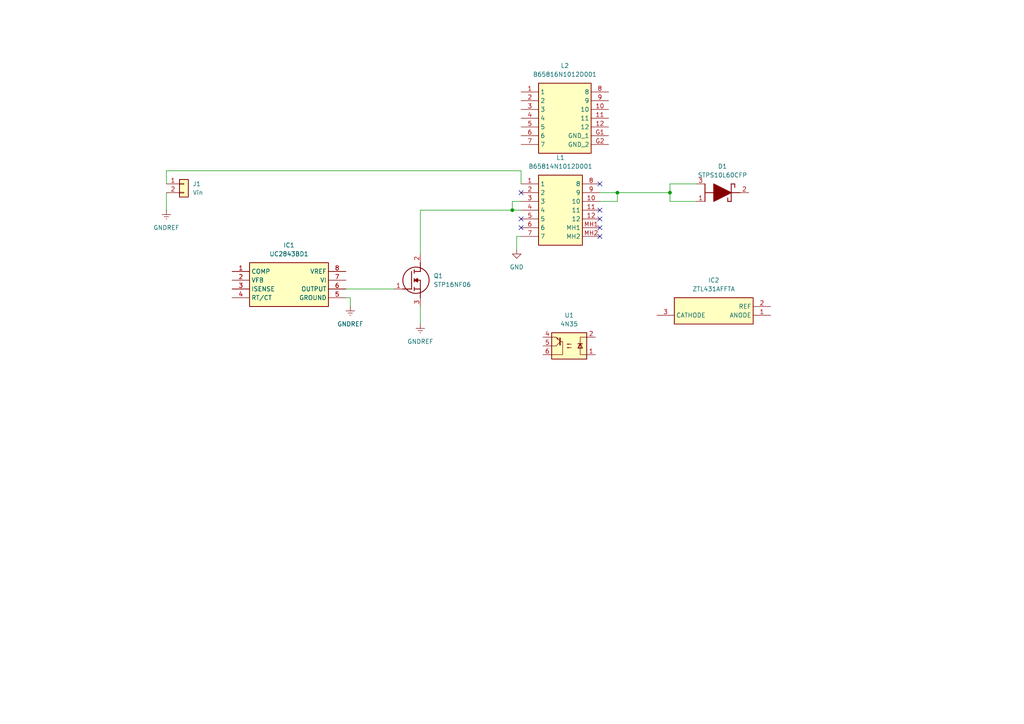
<source format=kicad_sch>
(kicad_sch (version 20250114) (generator "eeschema") (generator_version "9.0")
  (paper "A4")
  (lib_symbols
    (symbol "Connector_Generic:Conn_01x02" (pin_names (offset 1.016) (hide yes))
      (property "Reference" "J" (at 0 2.54 0))
      (property "Value" "Conn_01x02" (at 0 -5.08 0))
      (symbol "Conn_01x02_1_1"
        (rectangle (start -1.27 1.27) (end 1.27 -3.81) (stroke (width 0.254)) (fill (type background)))
        (rectangle (start -1.27 0.127) (end 0 -0.127) (stroke (width 0.1524)))
        (rectangle (start -1.27 -2.413) (end 0 -2.667) (stroke (width 0.1524)))
        (pin passive line (at -5.08 0 0) (length 3.81) (name "Pin_1") (number "1"))
        (pin passive line (at -5.08 -2.54 0) (length 3.81) (name "Pin_2") (number "2"))
      )
    )
    (symbol "Isolator:4N35" (pin_names (offset 1.016))
      (property "Reference" "U" (at -5.08 5.08 0))
      (property "Value" "4N35" (at 0 5.08 0))
      (symbol "4N35_0_1"
        (rectangle (start -5.08 3.81) (end 5.08 -3.81) (stroke (width 0.254)) (fill (type background)))
        (polyline (pts (xy -5.08 -2.54) (xy -3.175 -2.54) (xy -3.175 2.54) (xy -5.08 2.54)))
        (polyline (pts (xy -3.81 -0.635) (xy -2.54 -0.635)) (stroke (width 0.254)))
        (polyline (pts (xy -3.175 -0.635) (xy -3.81 0.635) (xy -2.54 0.635) (xy -3.175 -0.635)) (stroke (width 0.254)))
        (polyline (pts (xy -0.635 0.508) (xy 0.635 0.508) (xy 0.254 0.381) (xy 0.254 0.635) (xy 0.635 0.508)))
        (polyline (pts (xy -0.635 -0.508) (xy 0.635 -0.508) (xy 0.254 -0.635) (xy 0.254 -0.381) (xy 0.635 -0.508)))
        (polyline (pts (xy 2.667 -0.254) (xy 2.667 -2.286)) (stroke (width 0.3556)))
        (polyline (pts (xy 2.667 -1.143) (xy 3.81 0)))
        (polyline (pts (xy 2.667 -1.397) (xy 3.81 -2.54)))
        (polyline (pts (xy 3.683 -2.413) (xy 3.429 -1.905) (xy 3.175 -2.159) (xy 3.683 -2.413)))
        (polyline (pts (xy 3.81 0) (xy 5.08 0)))
        (polyline (pts (xy 3.81 -2.54) (xy 5.08 -2.54)))
        (polyline (pts (xy 5.08 2.54) (xy 1.905 2.54) (xy 1.905 -1.27) (xy 2.54 -1.27)))
      )
      (symbol "4N35_1_1"
        (pin passive line (at -7.62 2.54 0) (length 2.54) (name "~") (number "1"))
        (pin passive line (at -7.62 -2.54 0) (length 2.54) (name "~") (number "2"))
        (pin no_connect line (at -5.08 0 0) (length 2.54) (hide yes) (name "NC") (number "3"))
        (pin passive line (at 7.62 2.54 180) (length 2.54) (name "~") (number "6"))
        (pin passive line (at 7.62 0 180) (length 2.54) (name "~") (number "5"))
        (pin passive line (at 7.62 -2.54 180) (length 2.54) (name "~") (number "4"))
      )
    )
    (symbol "Samacsys:B65814N1012D001"
      (property "Reference" "L" (at 19.05 7.62 0))
      (property "Value" "B65814N1012D001" (at 19.05 5.08 0))
      (symbol "B65814N1012D001_1_1"
        (rectangle (start 5.08 2.54) (end 17.78 -17.78) (stroke (width 0.254)) (fill (type background)))
        (pin passive line (at 0 0 0) (length 5.08) (name "1") (number "1"))
        (pin passive line (at 0 -2.54 0) (length 5.08) (name "2") (number "2"))
        (pin passive line (at 0 -5.08 0) (length 5.08) (name "3") (number "3"))
        (pin passive line (at 0 -7.62 0) (length 5.08) (name "4") (number "4"))
        (pin passive line (at 0 -10.16 0) (length 5.08) (name "5") (number "5"))
        (pin passive line (at 0 -12.7 0) (length 5.08) (name "6") (number "6"))
        (pin passive line (at 0 -15.24 0) (length 5.08) (name "7") (number "7"))
        (pin passive line (at 22.86 0 180) (length 5.08) (name "8") (number "8"))
        (pin passive line (at 22.86 -2.54 180) (length 5.08) (name "9") (number "9"))
        (pin passive line (at 22.86 -5.08 180) (length 5.08) (name "10") (number "10"))
        (pin passive line (at 22.86 -7.62 180) (length 5.08) (name "11") (number "11"))
        (pin passive line (at 22.86 -10.16 180) (length 5.08) (name "12") (number "12"))
        (pin passive line (at 22.86 -12.7 180) (length 5.08) (name "MH1") (number "MH1"))
        (pin passive line (at 22.86 -15.24 180) (length 5.08) (name "MH2") (number "MH2"))
      )
    )
    (symbol "Samacsys:B65816N1012D001"
      (property "Reference" "L" (at 21.59 7.62 0))
      (property "Value" "B65816N1012D001" (at 21.59 5.08 0))
      (symbol "B65816N1012D001_1_1"
        (rectangle (start 5.08 2.54) (end 20.32 -17.78) (stroke (width 0.254)) (fill (type background)))
        (pin passive line (at 0 0 0) (length 5.08) (name "1") (number "1"))
        (pin passive line (at 0 -2.54 0) (length 5.08) (name "2") (number "2"))
        (pin passive line (at 0 -5.08 0) (length 5.08) (name "3") (number "3"))
        (pin passive line (at 0 -7.62 0) (length 5.08) (name "4") (number "4"))
        (pin passive line (at 0 -10.16 0) (length 5.08) (name "5") (number "5"))
        (pin passive line (at 0 -12.7 0) (length 5.08) (name "6") (number "6"))
        (pin passive line (at 0 -15.24 0) (length 5.08) (name "7") (number "7"))
        (pin passive line (at 25.4 0 180) (length 5.08) (name "8") (number "8"))
        (pin passive line (at 25.4 -2.54 180) (length 5.08) (name "9") (number "9"))
        (pin passive line (at 25.4 -5.08 180) (length 5.08) (name "10") (number "10"))
        (pin passive line (at 25.4 -7.62 180) (length 5.08) (name "11") (number "11"))
        (pin passive line (at 25.4 -10.16 180) (length 5.08) (name "12") (number "12"))
        (pin passive line (at 25.4 -12.7 180) (length 5.08) (name "GND_1") (number "G1"))
        (pin passive line (at 25.4 -15.24 180) (length 5.08) (name "GND_2") (number "G2"))
      )
    )
    (symbol "Samacsys:STP16NF06" (pin_names (hide yes))
      (property "Reference" "Q" (at 11.43 3.81 0))
      (property "Value" "STP16NF06" (at 11.43 1.27 0))
      (symbol "STP16NF06_1_1"
        (polyline (pts (xy 2.54 0) (xy 5.08 0)) (stroke (width 0.254)))
        (polyline (pts (xy 5.08 5.08) (xy 5.08 0)) (stroke (width 0.254)))
        (polyline (pts (xy 5.842 5.588) (xy 5.842 4.572)) (stroke (width 0.254)))
        (polyline (pts (xy 5.842 2.54) (xy 6.858 3.048) (xy 6.858 2.032) (xy 5.842 2.54)) (stroke (width 0.254)) (fill (type outline)))
        (polyline (pts (xy 5.842 2.032) (xy 5.842 3.048)) (stroke (width 0.254)))
        (polyline (pts (xy 5.842 0) (xy 7.62 0)) (stroke (width 0.254)))
        (polyline (pts (xy 5.842 -0.508) (xy 5.842 0.508)) (stroke (width 0.254)))
        (circle (center 6.35 2.54) (radius 3.81) (stroke (width 0.254)))
        (polyline (pts (xy 7.62 5.08) (xy 5.842 5.08)) (stroke (width 0.254)))
        (polyline (pts (xy 7.62 5.08) (xy 7.62 7.62)) (stroke (width 0.254)))
        (polyline (pts (xy 7.62 2.54) (xy 5.842 2.54)) (stroke (width 0.254)))
        (polyline (pts (xy 7.62 2.54) (xy 7.62 -2.54)) (stroke (width 0.254)))
        (pin passive line (at 0 0 0) (length 2.54) (name "G") (number "1"))
        (pin passive line (at 7.62 10.16 270) (length 2.54) (name "D") (number "2"))
        (pin passive line (at 7.62 -5.08 90) (length 2.54) (name "S") (number "3"))
      )
    )
    (symbol "Samacsys:STPS10L60CFP" (pin_names (hide yes))
      (property "Reference" "D" (at 12.7 8.89 0))
      (property "Value" "STPS10L60CFP" (at 12.7 6.35 0))
      (symbol "STPS10L60CFP_1_1"
        (polyline (pts (xy 5.08 0) (xy 7.62 0)) (stroke (width 0.254)))
        (polyline (pts (xy 6.604 -1.524) (xy 6.604 -2.54)) (stroke (width 0.254)))
        (polyline (pts (xy 7.62 2.54) (xy 7.62 -2.54)) (stroke (width 0.254)))
        (polyline (pts (xy 7.62 2.54) (xy 8.636 2.54)) (stroke (width 0.254)))
        (polyline (pts (xy 7.62 0) (xy 12.7 2.54) (xy 12.7 -2.54) (xy 7.62 0)) (stroke (width 0.254)) (fill (type outline)))
        (polyline (pts (xy 7.62 -2.54) (xy 6.604 -2.54)) (stroke (width 0.254)))
        (polyline (pts (xy 8.636 1.524) (xy 8.636 2.54)) (stroke (width 0.254)))
        (polyline (pts (xy 12.7 0) (xy 15.24 0)) (stroke (width 0.254)))
        (polyline (pts (xy 15.24 2.54) (xy 15.24 -2.54)) (stroke (width 0.254)))
        (pin passive line (at 2.54 0 0) (length 2.54) (name "K") (number "2"))
        (pin passive line (at 17.78 2.54 180) (length 2.54) (name "A1") (number "1"))
        (pin passive line (at 17.78 -2.54 180) (length 2.54) (name "A2") (number "3"))
      )
    )
    (symbol "Samacsys:UC2843BD1"
      (property "Reference" "IC" (at 29.21 7.62 0))
      (property "Value" "UC2843BD1" (at 29.21 5.08 0))
      (symbol "UC2843BD1_1_1"
        (rectangle (start 5.08 2.54) (end 27.94 -10.16) (stroke (width 0.254)) (fill (type background)))
        (pin passive line (at 0 0 0) (length 5.08) (name "COMP") (number "1"))
        (pin passive line (at 0 -2.54 0) (length 5.08) (name "VFB") (number "2"))
        (pin passive line (at 0 -5.08 0) (length 5.08) (name "ISENSE") (number "3"))
        (pin passive line (at 0 -7.62 0) (length 5.08) (name "RT/CT") (number "4"))
        (pin passive line (at 33.02 0 180) (length 5.08) (name "VREF") (number "8"))
        (pin passive line (at 33.02 -2.54 180) (length 5.08) (name "VI") (number "7"))
        (pin passive line (at 33.02 -5.08 180) (length 5.08) (name "OUTPUT") (number "6"))
        (pin passive line (at 33.02 -7.62 180) (length 5.08) (name "GROUND") (number "5"))
      )
    )
    (symbol "Samacsys:ZTL431AFFTA"
      (property "Reference" "IC" (at 29.21 7.62 0))
      (property "Value" "ZTL431AFFTA" (at 29.21 5.08 0))
      (symbol "ZTL431AFFTA_1_1"
        (rectangle (start 5.08 2.54) (end 27.94 -5.08) (stroke (width 0.254)) (fill (type background)))
        (pin passive line (at 0 0 0) (length 5.08) (name "ANODE") (number "1"))
        (pin passive line (at 0 -2.54 0) (length 5.08) (name "REF") (number "2"))
        (pin passive line (at 33.02 0 180) (length 5.08) (name "CATHODE") (number "3"))
      )
    )
    (symbol "power:GND" (power) (pin_numbers (hide yes)) (pin_names (offset 0) (hide yes))
      (property "Value" "GND" (at 0 -3.81 0))
      (symbol "GND_0_1"
        (polyline (pts (xy 0 0) (xy 0 -1.27) (xy 1.27 -1.27) (xy 0 -2.54) (xy -1.27 -1.27) (xy 0 -1.27)))
      )
      (symbol "GND_1_1"
        (pin power_in line (at 0 0 270) (length 0) (name "~") (number "1"))
      )
    )
    (symbol "power:GNDREF" (power) (pin_numbers (hide yes)) (pin_names (offset 0) (hide yes))
      (property "Value" "GNDREF" (at 0 -3.81 0))
      (symbol "GNDREF_0_1"
        (polyline (pts (xy -0.635 -1.905) (xy 0.635 -1.905)))
        (polyline (pts (xy -0.127 -2.54) (xy 0.127 -2.54)))
        (polyline (pts (xy 0 -1.27) (xy 0 0)))
        (polyline (pts (xy 1.27 -1.27) (xy -1.27 -1.27)))
      )
      (symbol "GNDREF_1_1"
        (pin power_in line (at 0 0 270) (length 0) (name "~") (number "1"))
      )
    )
  )
  (junction (at 148.59 60.96))
  (junction (at 179.07 55.88))
  (junction (at 194.31 55.88))
  (no_connect (at 173.99 60.96))
  (no_connect (at 151.13 63.5))
  (no_connect (at 151.13 66.04))
  (no_connect (at 173.99 63.5))
  (no_connect (at 173.99 66.04))
  (no_connect (at 173.99 68.58))
  (no_connect (at 151.13 55.88))
  (no_connect (at 173.99 53.34))
  (wire (pts (xy 148.59 60.96) (xy 121.92 60.96)))
  (wire (pts (xy 179.07 55.88) (xy 194.31 55.88)))
  (wire (pts (xy 151.13 58.42) (xy 148.59 58.42)))
  (wire (pts (xy 48.26 55.88) (xy 48.26 60.96)))
  (wire (pts (xy 121.92 60.96) (xy 121.92 73.66)))
  (wire (pts (xy 148.59 58.42) (xy 148.59 60.96)))
  (wire (pts (xy 194.31 55.88) (xy 194.31 58.42)))
  (wire (pts (xy 151.13 49.53) (xy 151.13 53.34)))
  (wire (pts (xy 48.26 49.53) (xy 151.13 49.53)))
  (wire (pts (xy 121.92 88.9) (xy 121.92 93.98)))
  (wire (pts (xy 179.07 58.42) (xy 179.07 55.88)))
  (wire (pts (xy 100.33 86.36) (xy 101.6 86.36)))
  (wire (pts (xy 173.99 55.88) (xy 179.07 55.88)))
  (wire (pts (xy 48.26 53.34) (xy 48.26 49.53)))
  (wire (pts (xy 101.6 86.36) (xy 101.6 88.9)))
  (wire (pts (xy 151.13 60.96) (xy 148.59 60.96)))
  (wire (pts (xy 201.93 53.34) (xy 194.31 53.34)))
  (wire (pts (xy 194.31 53.34) (xy 194.31 55.88)))
  (wire (pts (xy 149.86 68.58) (xy 151.13 68.58)))
  (wire (pts (xy 194.31 58.42) (xy 201.93 58.42)))
  (wire (pts (xy 173.99 58.42) (xy 179.07 58.42)))
  (wire (pts (xy 149.86 72.39) (xy 149.86 68.58)))
  (wire (pts (xy 100.33 83.82) (xy 114.3 83.82)))
  (symbol (lib_id "Connector_Generic:Conn_01x02") (at 53.34 53.34 0) (unit 1)
    (property "Reference" "J1" (at 55.88 53.3399 0) (effects (justify left)))
    (property "Value" "Vin" (at 55.88 55.8799 0) (effects (justify left)))
    (property "Footprint" "Connector_Wire:SolderWire-1.5sqmm_1x02_P6mm_D1.7mm_OD3mm" (effects (hide yes)))
    (property "Description" "Generic connector, single row, 01x02, script generated (kicad-library-utils/schlib/autogen/connector/)" (effects (hide yes)))
  )
  (symbol (lib_id "Samacsys:B65814N1012D001") (at 151.13 53.34 0) (unit 1)
    (property "Reference" "L1" (at 162.56 45.72 0))
    (property "Value" "B65814N1012D001" (at 162.56 48.26 0))
    (property "Footprint" "Samacsys:B65814N1012D001" (effects (hide yes)))
    (property "Datasheet" "https://product.tdk.com/system/files/dam/doc/product/ferrite/ferrite/ferrite-acc/data_sheet/80/db/fer/rm_10.pdf" (effects (hide yes)))
    (property "Description" "Ferrite Accessories, RM Cores Accessories, Coil former (RM 10)" (effects (hide yes)))
    (property "Height" "13.55" (effects (hide yes)))
    (property "Manufacturer_Name" "TDK" (effects (hide yes)))
    (property "Manufacturer_Part_Number" "B65814N1012D001" (effects (hide yes)))
    (property "Mouser Part Number" "871-B65814N1012D001" (effects (hide yes)))
    (property "Mouser Price/Stock" "https://www.mouser.co.uk/ProductDetail/EPCOS-TDK/B65814N1012D001?qs=%2FsLciWRBLmCf8wlHdbgnvg%3D%3D" (effects (hide yes)))
    (property "Arrow Part Number" "B65814N1012D001" (effects (hide yes)))
    (property "Arrow Price/Stock" "https://www.arrow.com/en/products/b65814n1012d001/tdk?region=europe" (effects (hide yes)))
  )
  (symbol (lib_id "Samacsys:STP16NF06") (at 114.3 83.82 0) (unit 1)
    (property "Reference" "Q1" (at 125.73 80.0099 0) (effects (justify left)))
    (property "Value" "STP16NF06" (at 125.73 82.5499 0) (effects (justify left)))
    (property "Footprint" "Samacsys:TO270P460X1020X2008-3P" (effects (hide yes)))
    (property "Datasheet" "https://www.st.com/resource/en/datasheet/stp16nf06.pdf" (effects (hide yes)))
    (property "Description" "N-channel 60V - 0.08 - 16A - TO-220/TO-220FP STripFET II Power MOSFET" (effects (hide yes)))
    (property "Height" "4.6" (effects (hide yes)))
    (property "Manufacturer_Name" "STMicroelectronics" (effects (hide yes)))
    (property "Manufacturer_Part_Number" "STP16NF06" (effects (hide yes)))
    (property "Mouser Part Number" "511-STP16NF06" (effects (hide yes)))
    (property "Mouser Price/Stock" "https://www.mouser.co.uk/ProductDetail/STMicroelectronics/STP16NF06?qs=FOlmdCx%252BAA3QgI0ylnH1gA%3D%3D" (effects (hide yes)))
    (property "Arrow Part Number" "STP16NF06" (effects (hide yes)))
    (property "Arrow Price/Stock" "https://www.arrow.com/en/products/stp16nf06/stmicroelectronics?region=nac" (effects (hide yes)))
  )
  (symbol (lib_id "Samacsys:ZTL431AFFTA") (at 223.52 91.44 180) (unit 1)
    (property "Reference" "IC2" (at 207.01 81.28 0))
    (property "Value" "ZTL431AFFTA" (at 207.01 83.82 0))
    (property "Footprint" "Samacsys:SOTFL95P240X110-3N" (effects (hide yes)))
    (property "Datasheet" "https://datasheet.datasheetarchive.com/originals/distributors/Datasheets-DGA16/869348.pdf" (effects (hide yes)))
    (property "Description" "Voltage Reference 2.5V 1% Adj. SOT23F" (effects (hide yes)))
    (property "Height" "1.1" (effects (hide yes)))
    (property "Manufacturer_Name" "Diodes Incorporated" (effects (hide yes)))
    (property "Manufacturer_Part_Number" "ZTL431AFFTA" (effects (hide yes)))
    (property "Mouser Part Number" "522-ZTL431AFFTA" (effects (hide yes)))
    (property "Mouser Price/Stock" "https://www.mouser.com/Search/Refine.aspx?Keyword=522-ZTL431AFFTA" (effects (hide yes)))
    (property "Arrow Part Number" "ZTL431AFFTA" (effects (hide yes)))
    (property "Arrow Price/Stock" "https://www.arrow.com/en/products/ztl431affta/diodes-incorporated" (effects (hide yes)))
  )
  (symbol (lib_id "power:GNDREF") (at 48.26 60.96 0) (unit 1)
    (property "Reference" "#PWR03" (effects (hide yes)))
    (property "Value" "GNDREF" (at 48.26 66.04 0))
    (property "Description" "Power symbol creates a global label with name \"GNDREF\" , reference supply ground" (effects (hide yes)))
  )
  (symbol (lib_id "power:GND") (at 149.86 72.39 0) (unit 1)
    (property "Reference" "#PWR02" (effects (hide yes)))
    (property "Value" "GND" (at 149.86 77.47 0))
    (property "Description" "Power symbol creates a global label with name \"GND\" , ground" (effects (hide yes)))
  )
  (symbol (lib_id "Samacsys:B65816N1012D001") (at 151.13 26.67 0) (unit 1)
    (property "Reference" "L2" (at 163.83 19.05 0))
    (property "Value" "B65816N1012D001" (at 163.83 21.59 0))
    (property "Footprint" "Samacsys:B65816N1012D001" (effects (hide yes)))
    (property "Datasheet" "https://product.tdk.com/system/files/dam/doc/product/ferrite/ferrite/ferrite-acc/data_sheet/80/db/fer/rm_12.pdf" (effects (hide yes)))
    (property "Description" "Ferrite Accessories, RM Cores Accessories, Coil former (RM 12)" (effects (hide yes)))
    (property "Height" "18" (effects (hide yes)))
    (property "Manufacturer_Name" "TDK" (effects (hide yes)))
    (property "Manufacturer_Part_Number" "B65816N1012D001" (effects (hide yes)))
    (property "Mouser Part Number" "N/A" (effects (hide yes)))
    (property "Mouser Price/Stock" "https://www.mouser.co.uk/ProductDetail/EPCOS-TDK/B65816N1012D001?qs=Uha62PnlbFBZRp0qVmTuFg%3D%3D" (effects (hide yes)))
    (property "Arrow Part Number" "B65816N1012D001" (effects (hide yes)))
    (property "Arrow Price/Stock" "https://www.arrow.com/en/products/b65816n1012d001/tdk?utm_currency=USD&region=europe" (effects (hide yes)))
  )
  (symbol (lib_id "Samacsys:UC2843BD1") (at 67.31 78.74 0) (unit 1)
    (property "Reference" "IC1" (at 83.82 71.12 0))
    (property "Value" "UC2843BD1" (at 83.82 73.66 0))
    (property "Footprint" "Samacsys:SOIC127P600X175-8M" (effects (hide yes)))
    (property "Datasheet" "https://www.st.com/resource/en/datasheet/uc2842b.pdf" (effects (hide yes)))
    (property "Description" "STMICROELECTRONICS - UC2843BD1 - IC, CURRENT MODE PWM, 2843, SOIC8" (effects (hide yes)))
    (property "Height" "1.75" (effects (hide yes)))
    (property "Manufacturer_Name" "STMicroelectronics" (effects (hide yes)))
    (property "Manufacturer_Part_Number" "UC2843BD1" (effects (hide yes)))
    (property "Mouser Part Number" "511-UC2843BD1" (effects (hide yes)))
    (property "Mouser Price/Stock" "https://www.mouser.co.uk/ProductDetail/STMicroelectronics/UC2843BD1?qs=DEIWxvUoIVxZp9miM7ZVcQ%3D%3D" (effects (hide yes)))
    (property "Arrow Part Number" "UC2843BD1" (effects (hide yes)))
    (property "Arrow Price/Stock" "https://www.arrow.com/en/products/uc2843bd1/stmicroelectronics" (effects (hide yes)))
  )
  (symbol (lib_id "Samacsys:STPS10L60CFP") (at 219.71 55.88 180) (unit 1)
    (property "Reference" "D1" (at 209.55 48.26 0))
    (property "Value" "STPS10L60CFP" (at 209.55 50.8 0))
    (property "Footprint" "Samacsys:TO255P460X1020X2030-3P" (effects (hide yes)))
    (property "Datasheet" "https://www.st.com/resource/en/datasheet/stps10l60c.pdf" (effects (hide yes)))
    (property "Description" "Dual Schottky barrier diode,STPS10L60CFP" (effects (hide yes)))
    (property "Height" "4.6" (effects (hide yes)))
    (property "Manufacturer_Name" "STMicroelectronics" (effects (hide yes)))
    (property "Manufacturer_Part_Number" "STPS10L60CFP" (effects (hide yes)))
    (property "Mouser Part Number" "511-STPS10L60CFP" (effects (hide yes)))
    (property "Mouser Price/Stock" "https://www.mouser.co.uk/ProductDetail/STMicroelectronics/STPS10L60CFP?qs=5Uvc6lfWVJxXCZ8HFkG8Kw%3D%3D" (effects (hide yes)))
    (property "Arrow Part Number" "STPS10L60CFP" (effects (hide yes)))
    (property "Arrow Price/Stock" "https://www.arrow.com/en/products/stps10l60cfp/stmicroelectronics" (effects (hide yes)))
  )
  (symbol (lib_id "power:GNDREF") (at 101.6 88.9 0) (unit 1)
    (property "Reference" "#PWR04" (effects (hide yes)))
    (property "Value" "GNDREF" (at 101.6 93.98 0))
    (property "Description" "Power symbol creates a global label with name \"GNDREF\" , reference supply ground" (effects (hide yes)))
  )
  (symbol (lib_id "power:GNDREF") (at 121.92 93.98 0) (unit 1)
    (property "Reference" "#PWR01" (effects (hide yes)))
    (property "Value" "GNDREF" (at 121.92 99.06 0))
    (property "Description" "Power symbol creates a global label with name \"GNDREF\" , reference supply ground" (effects (hide yes)))
  )
  (symbol (lib_id "Isolator:4N35") (at 165.1 100.33 180) (unit 1)
    (property "Reference" "U1" (at 165.1 91.44 0))
    (property "Value" "4N35" (at 165.1 93.98 0))
    (property "Footprint" "Package_DIP:DIP-6_W7.62mm_SMDSocket_SmallPads" (effects (hide yes)))
    (property "Datasheet" "https://www.vishay.com/docs/81181/4n35.pdf" (effects (hide yes)))
    (property "Description" "Optocoupler, Phototransistor Output, with Base Connection, Vce 70V, CTR 100%, Viso 5000V, DIP6" (effects (hide yes)))
  )
)
</source>
